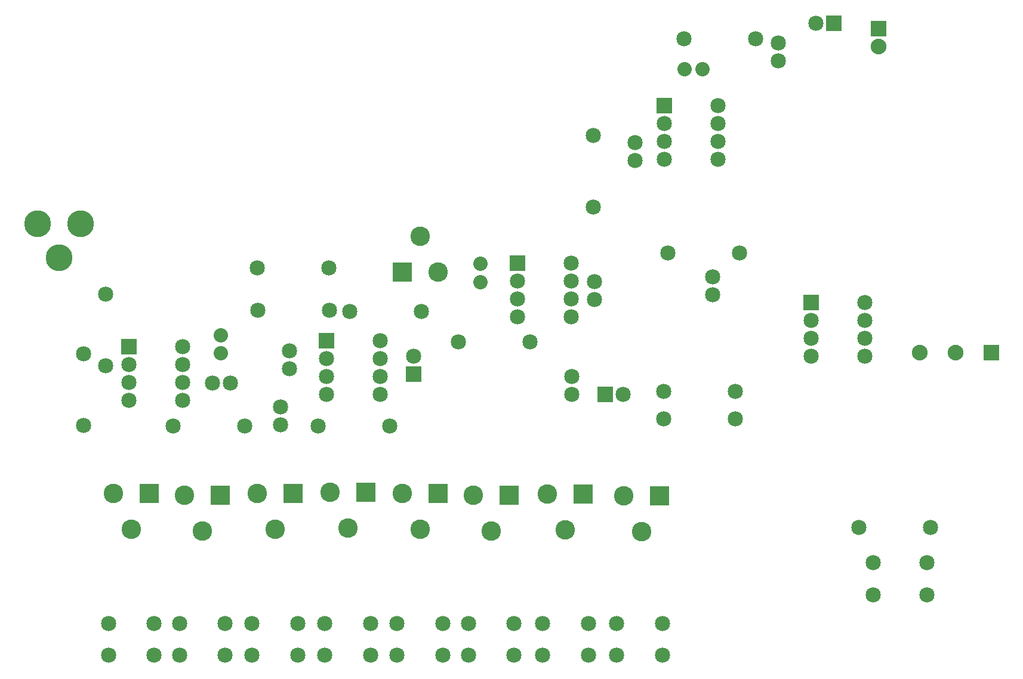
<source format=gbs>
G04 MADE WITH FRITZING*
G04 WWW.FRITZING.ORG*
G04 DOUBLE SIDED*
G04 HOLES PLATED*
G04 CONTOUR ON CENTER OF CONTOUR VECTOR*
%ASAXBY*%
%FSLAX23Y23*%
%MOIN*%
%OFA0B0*%
%SFA1.0B1.0*%
%ADD10C,0.150000*%
%ADD11C,0.085000*%
%ADD12C,0.109000*%
%ADD13C,0.080000*%
%ADD14C,0.088000*%
%ADD15R,0.085000X0.085000*%
%ADD16R,0.109000X0.109000*%
%ADD17R,0.088000X0.088000*%
%LNMASK0*%
G90*
G70*
G54D10*
X492Y3156D03*
X252Y3156D03*
X372Y2966D03*
G54D11*
X760Y2471D03*
X1060Y2471D03*
X760Y2371D03*
X1060Y2371D03*
X760Y2271D03*
X1060Y2271D03*
X760Y2171D03*
X1060Y2171D03*
X1865Y2502D03*
X2165Y2502D03*
X1865Y2402D03*
X2165Y2402D03*
X1865Y2302D03*
X2165Y2302D03*
X1865Y2202D03*
X2165Y2202D03*
X4572Y2715D03*
X4872Y2715D03*
X4572Y2615D03*
X4872Y2615D03*
X4572Y2515D03*
X4872Y2515D03*
X4572Y2415D03*
X4872Y2415D03*
X2932Y2936D03*
X3232Y2936D03*
X2932Y2836D03*
X3232Y2836D03*
X2932Y2736D03*
X3232Y2736D03*
X2932Y2636D03*
X3232Y2636D03*
X3751Y3815D03*
X4051Y3815D03*
X3751Y3715D03*
X4051Y3715D03*
X3751Y3615D03*
X4051Y3615D03*
X3751Y3515D03*
X4051Y3515D03*
G54D12*
X674Y1649D03*
X874Y1649D03*
X774Y1449D03*
X1071Y1641D03*
X1271Y1641D03*
X1171Y1441D03*
X1477Y1649D03*
X1677Y1649D03*
X1577Y1449D03*
X1884Y1657D03*
X2084Y1657D03*
X1984Y1457D03*
X2287Y1649D03*
X2487Y1649D03*
X2387Y1449D03*
X2684Y1641D03*
X2884Y1641D03*
X2784Y1441D03*
X3099Y1645D03*
X3299Y1645D03*
X3199Y1445D03*
X3525Y1637D03*
X3725Y1637D03*
X3625Y1437D03*
G54D11*
X3741Y746D03*
X3485Y746D03*
X3741Y924D03*
X3485Y924D03*
X3327Y746D03*
X3071Y746D03*
X3327Y924D03*
X3071Y924D03*
X2912Y746D03*
X2656Y746D03*
X2912Y924D03*
X2656Y924D03*
X2515Y746D03*
X2259Y746D03*
X2515Y924D03*
X2259Y924D03*
X2111Y746D03*
X1855Y746D03*
X2111Y924D03*
X1855Y924D03*
X1705Y746D03*
X1449Y746D03*
X1705Y924D03*
X1449Y924D03*
X1298Y746D03*
X1043Y746D03*
X1298Y924D03*
X1043Y924D03*
X902Y746D03*
X646Y746D03*
X902Y924D03*
X646Y924D03*
X4262Y4190D03*
X3862Y4190D03*
X1226Y2268D03*
X1326Y2268D03*
X3355Y3649D03*
X3355Y3249D03*
X3589Y3509D03*
X3589Y3609D03*
X1478Y2910D03*
X1878Y2910D03*
X1609Y2034D03*
X1609Y2134D03*
X1006Y2026D03*
X1406Y2026D03*
X1480Y2672D03*
X1880Y2672D03*
X3235Y2202D03*
X3235Y2302D03*
X1657Y2346D03*
X1657Y2446D03*
X506Y2031D03*
X506Y2431D03*
X4388Y4067D03*
X4388Y4167D03*
X3362Y2733D03*
X3362Y2833D03*
X4021Y2861D03*
X4021Y2761D03*
X1818Y2026D03*
X2218Y2026D03*
X630Y2364D03*
X630Y2764D03*
G54D13*
X1274Y2534D03*
X1274Y2434D03*
G54D14*
X5576Y2436D03*
X5376Y2436D03*
X5176Y2436D03*
G54D11*
X3772Y2994D03*
X4172Y2994D03*
X2395Y2668D03*
X1995Y2668D03*
X2351Y2315D03*
X2351Y2415D03*
X3747Y2219D03*
X4147Y2219D03*
X4147Y2065D03*
X3747Y2065D03*
X4698Y4275D03*
X4598Y4275D03*
X3422Y2202D03*
X3522Y2202D03*
G54D14*
X4949Y4247D03*
X4949Y4147D03*
G54D13*
X2724Y2932D03*
X2724Y2831D03*
X3865Y4020D03*
X3965Y4020D03*
G54D11*
X4917Y1263D03*
X5217Y1263D03*
X5237Y1460D03*
X4837Y1460D03*
X4918Y1084D03*
X5218Y1084D03*
X3000Y2496D03*
X2600Y2496D03*
G54D12*
X2489Y2887D03*
X2289Y2887D03*
X2389Y3087D03*
G54D15*
X760Y2471D03*
X1865Y2502D03*
X4572Y2715D03*
X2932Y2936D03*
X3751Y3815D03*
G54D16*
X874Y1649D03*
X1271Y1641D03*
X1677Y1649D03*
X2084Y1657D03*
X2487Y1649D03*
X2884Y1641D03*
X3299Y1645D03*
X3725Y1637D03*
G54D17*
X5576Y2436D03*
G54D15*
X2351Y2315D03*
X4698Y4275D03*
X3422Y2202D03*
G54D17*
X4949Y4247D03*
G54D16*
X2289Y2887D03*
G04 End of Mask0*
M02*
</source>
